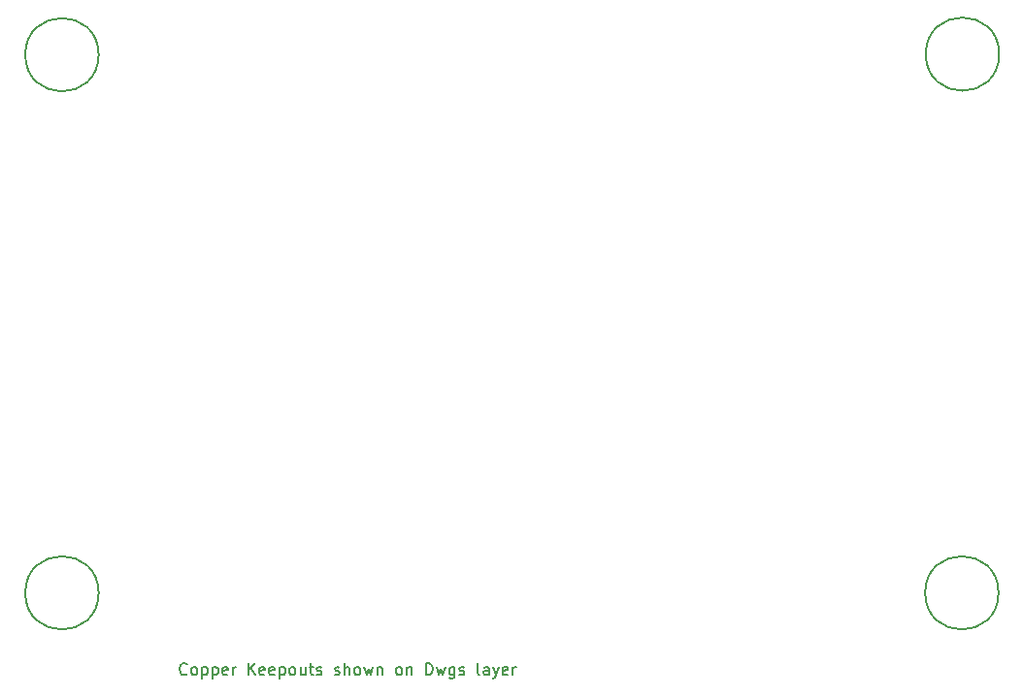
<source format=gbr>
%TF.GenerationSoftware,KiCad,Pcbnew,8.0.4*%
%TF.CreationDate,2024-09-14T20:21:27+07:00*%
%TF.ProjectId,FT600_RP2040,46543630-305f-4525-9032-3034302e6b69,rev?*%
%TF.SameCoordinates,PX7735940PY61c06a0*%
%TF.FileFunction,Other,Comment*%
%FSLAX46Y46*%
G04 Gerber Fmt 4.6, Leading zero omitted, Abs format (unit mm)*
G04 Created by KiCad (PCBNEW 8.0.4) date 2024-09-14 20:21:27*
%MOMM*%
%LPD*%
G01*
G04 APERTURE LIST*
%ADD10C,0.150000*%
G04 APERTURE END LIST*
D10*
X14399997Y-3559580D02*
X14352378Y-3607200D01*
X14352378Y-3607200D02*
X14209521Y-3654819D01*
X14209521Y-3654819D02*
X14114283Y-3654819D01*
X14114283Y-3654819D02*
X13971426Y-3607200D01*
X13971426Y-3607200D02*
X13876188Y-3511961D01*
X13876188Y-3511961D02*
X13828569Y-3416723D01*
X13828569Y-3416723D02*
X13780950Y-3226247D01*
X13780950Y-3226247D02*
X13780950Y-3083390D01*
X13780950Y-3083390D02*
X13828569Y-2892914D01*
X13828569Y-2892914D02*
X13876188Y-2797676D01*
X13876188Y-2797676D02*
X13971426Y-2702438D01*
X13971426Y-2702438D02*
X14114283Y-2654819D01*
X14114283Y-2654819D02*
X14209521Y-2654819D01*
X14209521Y-2654819D02*
X14352378Y-2702438D01*
X14352378Y-2702438D02*
X14399997Y-2750057D01*
X14971426Y-3654819D02*
X14876188Y-3607200D01*
X14876188Y-3607200D02*
X14828569Y-3559580D01*
X14828569Y-3559580D02*
X14780950Y-3464342D01*
X14780950Y-3464342D02*
X14780950Y-3178628D01*
X14780950Y-3178628D02*
X14828569Y-3083390D01*
X14828569Y-3083390D02*
X14876188Y-3035771D01*
X14876188Y-3035771D02*
X14971426Y-2988152D01*
X14971426Y-2988152D02*
X15114283Y-2988152D01*
X15114283Y-2988152D02*
X15209521Y-3035771D01*
X15209521Y-3035771D02*
X15257140Y-3083390D01*
X15257140Y-3083390D02*
X15304759Y-3178628D01*
X15304759Y-3178628D02*
X15304759Y-3464342D01*
X15304759Y-3464342D02*
X15257140Y-3559580D01*
X15257140Y-3559580D02*
X15209521Y-3607200D01*
X15209521Y-3607200D02*
X15114283Y-3654819D01*
X15114283Y-3654819D02*
X14971426Y-3654819D01*
X15733331Y-2988152D02*
X15733331Y-3988152D01*
X15733331Y-3035771D02*
X15828569Y-2988152D01*
X15828569Y-2988152D02*
X16019045Y-2988152D01*
X16019045Y-2988152D02*
X16114283Y-3035771D01*
X16114283Y-3035771D02*
X16161902Y-3083390D01*
X16161902Y-3083390D02*
X16209521Y-3178628D01*
X16209521Y-3178628D02*
X16209521Y-3464342D01*
X16209521Y-3464342D02*
X16161902Y-3559580D01*
X16161902Y-3559580D02*
X16114283Y-3607200D01*
X16114283Y-3607200D02*
X16019045Y-3654819D01*
X16019045Y-3654819D02*
X15828569Y-3654819D01*
X15828569Y-3654819D02*
X15733331Y-3607200D01*
X16638093Y-2988152D02*
X16638093Y-3988152D01*
X16638093Y-3035771D02*
X16733331Y-2988152D01*
X16733331Y-2988152D02*
X16923807Y-2988152D01*
X16923807Y-2988152D02*
X17019045Y-3035771D01*
X17019045Y-3035771D02*
X17066664Y-3083390D01*
X17066664Y-3083390D02*
X17114283Y-3178628D01*
X17114283Y-3178628D02*
X17114283Y-3464342D01*
X17114283Y-3464342D02*
X17066664Y-3559580D01*
X17066664Y-3559580D02*
X17019045Y-3607200D01*
X17019045Y-3607200D02*
X16923807Y-3654819D01*
X16923807Y-3654819D02*
X16733331Y-3654819D01*
X16733331Y-3654819D02*
X16638093Y-3607200D01*
X17923807Y-3607200D02*
X17828569Y-3654819D01*
X17828569Y-3654819D02*
X17638093Y-3654819D01*
X17638093Y-3654819D02*
X17542855Y-3607200D01*
X17542855Y-3607200D02*
X17495236Y-3511961D01*
X17495236Y-3511961D02*
X17495236Y-3131009D01*
X17495236Y-3131009D02*
X17542855Y-3035771D01*
X17542855Y-3035771D02*
X17638093Y-2988152D01*
X17638093Y-2988152D02*
X17828569Y-2988152D01*
X17828569Y-2988152D02*
X17923807Y-3035771D01*
X17923807Y-3035771D02*
X17971426Y-3131009D01*
X17971426Y-3131009D02*
X17971426Y-3226247D01*
X17971426Y-3226247D02*
X17495236Y-3321485D01*
X18399998Y-3654819D02*
X18399998Y-2988152D01*
X18399998Y-3178628D02*
X18447617Y-3083390D01*
X18447617Y-3083390D02*
X18495236Y-3035771D01*
X18495236Y-3035771D02*
X18590474Y-2988152D01*
X18590474Y-2988152D02*
X18685712Y-2988152D01*
X19780951Y-3654819D02*
X19780951Y-2654819D01*
X20352379Y-3654819D02*
X19923808Y-3083390D01*
X20352379Y-2654819D02*
X19780951Y-3226247D01*
X21161903Y-3607200D02*
X21066665Y-3654819D01*
X21066665Y-3654819D02*
X20876189Y-3654819D01*
X20876189Y-3654819D02*
X20780951Y-3607200D01*
X20780951Y-3607200D02*
X20733332Y-3511961D01*
X20733332Y-3511961D02*
X20733332Y-3131009D01*
X20733332Y-3131009D02*
X20780951Y-3035771D01*
X20780951Y-3035771D02*
X20876189Y-2988152D01*
X20876189Y-2988152D02*
X21066665Y-2988152D01*
X21066665Y-2988152D02*
X21161903Y-3035771D01*
X21161903Y-3035771D02*
X21209522Y-3131009D01*
X21209522Y-3131009D02*
X21209522Y-3226247D01*
X21209522Y-3226247D02*
X20733332Y-3321485D01*
X22019046Y-3607200D02*
X21923808Y-3654819D01*
X21923808Y-3654819D02*
X21733332Y-3654819D01*
X21733332Y-3654819D02*
X21638094Y-3607200D01*
X21638094Y-3607200D02*
X21590475Y-3511961D01*
X21590475Y-3511961D02*
X21590475Y-3131009D01*
X21590475Y-3131009D02*
X21638094Y-3035771D01*
X21638094Y-3035771D02*
X21733332Y-2988152D01*
X21733332Y-2988152D02*
X21923808Y-2988152D01*
X21923808Y-2988152D02*
X22019046Y-3035771D01*
X22019046Y-3035771D02*
X22066665Y-3131009D01*
X22066665Y-3131009D02*
X22066665Y-3226247D01*
X22066665Y-3226247D02*
X21590475Y-3321485D01*
X22495237Y-2988152D02*
X22495237Y-3988152D01*
X22495237Y-3035771D02*
X22590475Y-2988152D01*
X22590475Y-2988152D02*
X22780951Y-2988152D01*
X22780951Y-2988152D02*
X22876189Y-3035771D01*
X22876189Y-3035771D02*
X22923808Y-3083390D01*
X22923808Y-3083390D02*
X22971427Y-3178628D01*
X22971427Y-3178628D02*
X22971427Y-3464342D01*
X22971427Y-3464342D02*
X22923808Y-3559580D01*
X22923808Y-3559580D02*
X22876189Y-3607200D01*
X22876189Y-3607200D02*
X22780951Y-3654819D01*
X22780951Y-3654819D02*
X22590475Y-3654819D01*
X22590475Y-3654819D02*
X22495237Y-3607200D01*
X23542856Y-3654819D02*
X23447618Y-3607200D01*
X23447618Y-3607200D02*
X23399999Y-3559580D01*
X23399999Y-3559580D02*
X23352380Y-3464342D01*
X23352380Y-3464342D02*
X23352380Y-3178628D01*
X23352380Y-3178628D02*
X23399999Y-3083390D01*
X23399999Y-3083390D02*
X23447618Y-3035771D01*
X23447618Y-3035771D02*
X23542856Y-2988152D01*
X23542856Y-2988152D02*
X23685713Y-2988152D01*
X23685713Y-2988152D02*
X23780951Y-3035771D01*
X23780951Y-3035771D02*
X23828570Y-3083390D01*
X23828570Y-3083390D02*
X23876189Y-3178628D01*
X23876189Y-3178628D02*
X23876189Y-3464342D01*
X23876189Y-3464342D02*
X23828570Y-3559580D01*
X23828570Y-3559580D02*
X23780951Y-3607200D01*
X23780951Y-3607200D02*
X23685713Y-3654819D01*
X23685713Y-3654819D02*
X23542856Y-3654819D01*
X24733332Y-2988152D02*
X24733332Y-3654819D01*
X24304761Y-2988152D02*
X24304761Y-3511961D01*
X24304761Y-3511961D02*
X24352380Y-3607200D01*
X24352380Y-3607200D02*
X24447618Y-3654819D01*
X24447618Y-3654819D02*
X24590475Y-3654819D01*
X24590475Y-3654819D02*
X24685713Y-3607200D01*
X24685713Y-3607200D02*
X24733332Y-3559580D01*
X25066666Y-2988152D02*
X25447618Y-2988152D01*
X25209523Y-2654819D02*
X25209523Y-3511961D01*
X25209523Y-3511961D02*
X25257142Y-3607200D01*
X25257142Y-3607200D02*
X25352380Y-3654819D01*
X25352380Y-3654819D02*
X25447618Y-3654819D01*
X25733333Y-3607200D02*
X25828571Y-3654819D01*
X25828571Y-3654819D02*
X26019047Y-3654819D01*
X26019047Y-3654819D02*
X26114285Y-3607200D01*
X26114285Y-3607200D02*
X26161904Y-3511961D01*
X26161904Y-3511961D02*
X26161904Y-3464342D01*
X26161904Y-3464342D02*
X26114285Y-3369104D01*
X26114285Y-3369104D02*
X26019047Y-3321485D01*
X26019047Y-3321485D02*
X25876190Y-3321485D01*
X25876190Y-3321485D02*
X25780952Y-3273866D01*
X25780952Y-3273866D02*
X25733333Y-3178628D01*
X25733333Y-3178628D02*
X25733333Y-3131009D01*
X25733333Y-3131009D02*
X25780952Y-3035771D01*
X25780952Y-3035771D02*
X25876190Y-2988152D01*
X25876190Y-2988152D02*
X26019047Y-2988152D01*
X26019047Y-2988152D02*
X26114285Y-3035771D01*
X27304762Y-3607200D02*
X27400000Y-3654819D01*
X27400000Y-3654819D02*
X27590476Y-3654819D01*
X27590476Y-3654819D02*
X27685714Y-3607200D01*
X27685714Y-3607200D02*
X27733333Y-3511961D01*
X27733333Y-3511961D02*
X27733333Y-3464342D01*
X27733333Y-3464342D02*
X27685714Y-3369104D01*
X27685714Y-3369104D02*
X27590476Y-3321485D01*
X27590476Y-3321485D02*
X27447619Y-3321485D01*
X27447619Y-3321485D02*
X27352381Y-3273866D01*
X27352381Y-3273866D02*
X27304762Y-3178628D01*
X27304762Y-3178628D02*
X27304762Y-3131009D01*
X27304762Y-3131009D02*
X27352381Y-3035771D01*
X27352381Y-3035771D02*
X27447619Y-2988152D01*
X27447619Y-2988152D02*
X27590476Y-2988152D01*
X27590476Y-2988152D02*
X27685714Y-3035771D01*
X28161905Y-3654819D02*
X28161905Y-2654819D01*
X28590476Y-3654819D02*
X28590476Y-3131009D01*
X28590476Y-3131009D02*
X28542857Y-3035771D01*
X28542857Y-3035771D02*
X28447619Y-2988152D01*
X28447619Y-2988152D02*
X28304762Y-2988152D01*
X28304762Y-2988152D02*
X28209524Y-3035771D01*
X28209524Y-3035771D02*
X28161905Y-3083390D01*
X29209524Y-3654819D02*
X29114286Y-3607200D01*
X29114286Y-3607200D02*
X29066667Y-3559580D01*
X29066667Y-3559580D02*
X29019048Y-3464342D01*
X29019048Y-3464342D02*
X29019048Y-3178628D01*
X29019048Y-3178628D02*
X29066667Y-3083390D01*
X29066667Y-3083390D02*
X29114286Y-3035771D01*
X29114286Y-3035771D02*
X29209524Y-2988152D01*
X29209524Y-2988152D02*
X29352381Y-2988152D01*
X29352381Y-2988152D02*
X29447619Y-3035771D01*
X29447619Y-3035771D02*
X29495238Y-3083390D01*
X29495238Y-3083390D02*
X29542857Y-3178628D01*
X29542857Y-3178628D02*
X29542857Y-3464342D01*
X29542857Y-3464342D02*
X29495238Y-3559580D01*
X29495238Y-3559580D02*
X29447619Y-3607200D01*
X29447619Y-3607200D02*
X29352381Y-3654819D01*
X29352381Y-3654819D02*
X29209524Y-3654819D01*
X29876191Y-2988152D02*
X30066667Y-3654819D01*
X30066667Y-3654819D02*
X30257143Y-3178628D01*
X30257143Y-3178628D02*
X30447619Y-3654819D01*
X30447619Y-3654819D02*
X30638095Y-2988152D01*
X31019048Y-2988152D02*
X31019048Y-3654819D01*
X31019048Y-3083390D02*
X31066667Y-3035771D01*
X31066667Y-3035771D02*
X31161905Y-2988152D01*
X31161905Y-2988152D02*
X31304762Y-2988152D01*
X31304762Y-2988152D02*
X31400000Y-3035771D01*
X31400000Y-3035771D02*
X31447619Y-3131009D01*
X31447619Y-3131009D02*
X31447619Y-3654819D01*
X32828572Y-3654819D02*
X32733334Y-3607200D01*
X32733334Y-3607200D02*
X32685715Y-3559580D01*
X32685715Y-3559580D02*
X32638096Y-3464342D01*
X32638096Y-3464342D02*
X32638096Y-3178628D01*
X32638096Y-3178628D02*
X32685715Y-3083390D01*
X32685715Y-3083390D02*
X32733334Y-3035771D01*
X32733334Y-3035771D02*
X32828572Y-2988152D01*
X32828572Y-2988152D02*
X32971429Y-2988152D01*
X32971429Y-2988152D02*
X33066667Y-3035771D01*
X33066667Y-3035771D02*
X33114286Y-3083390D01*
X33114286Y-3083390D02*
X33161905Y-3178628D01*
X33161905Y-3178628D02*
X33161905Y-3464342D01*
X33161905Y-3464342D02*
X33114286Y-3559580D01*
X33114286Y-3559580D02*
X33066667Y-3607200D01*
X33066667Y-3607200D02*
X32971429Y-3654819D01*
X32971429Y-3654819D02*
X32828572Y-3654819D01*
X33590477Y-2988152D02*
X33590477Y-3654819D01*
X33590477Y-3083390D02*
X33638096Y-3035771D01*
X33638096Y-3035771D02*
X33733334Y-2988152D01*
X33733334Y-2988152D02*
X33876191Y-2988152D01*
X33876191Y-2988152D02*
X33971429Y-3035771D01*
X33971429Y-3035771D02*
X34019048Y-3131009D01*
X34019048Y-3131009D02*
X34019048Y-3654819D01*
X35257144Y-3654819D02*
X35257144Y-2654819D01*
X35257144Y-2654819D02*
X35495239Y-2654819D01*
X35495239Y-2654819D02*
X35638096Y-2702438D01*
X35638096Y-2702438D02*
X35733334Y-2797676D01*
X35733334Y-2797676D02*
X35780953Y-2892914D01*
X35780953Y-2892914D02*
X35828572Y-3083390D01*
X35828572Y-3083390D02*
X35828572Y-3226247D01*
X35828572Y-3226247D02*
X35780953Y-3416723D01*
X35780953Y-3416723D02*
X35733334Y-3511961D01*
X35733334Y-3511961D02*
X35638096Y-3607200D01*
X35638096Y-3607200D02*
X35495239Y-3654819D01*
X35495239Y-3654819D02*
X35257144Y-3654819D01*
X36161906Y-2988152D02*
X36352382Y-3654819D01*
X36352382Y-3654819D02*
X36542858Y-3178628D01*
X36542858Y-3178628D02*
X36733334Y-3654819D01*
X36733334Y-3654819D02*
X36923810Y-2988152D01*
X37733334Y-2988152D02*
X37733334Y-3797676D01*
X37733334Y-3797676D02*
X37685715Y-3892914D01*
X37685715Y-3892914D02*
X37638096Y-3940533D01*
X37638096Y-3940533D02*
X37542858Y-3988152D01*
X37542858Y-3988152D02*
X37400001Y-3988152D01*
X37400001Y-3988152D02*
X37304763Y-3940533D01*
X37733334Y-3607200D02*
X37638096Y-3654819D01*
X37638096Y-3654819D02*
X37447620Y-3654819D01*
X37447620Y-3654819D02*
X37352382Y-3607200D01*
X37352382Y-3607200D02*
X37304763Y-3559580D01*
X37304763Y-3559580D02*
X37257144Y-3464342D01*
X37257144Y-3464342D02*
X37257144Y-3178628D01*
X37257144Y-3178628D02*
X37304763Y-3083390D01*
X37304763Y-3083390D02*
X37352382Y-3035771D01*
X37352382Y-3035771D02*
X37447620Y-2988152D01*
X37447620Y-2988152D02*
X37638096Y-2988152D01*
X37638096Y-2988152D02*
X37733334Y-3035771D01*
X38161906Y-3607200D02*
X38257144Y-3654819D01*
X38257144Y-3654819D02*
X38447620Y-3654819D01*
X38447620Y-3654819D02*
X38542858Y-3607200D01*
X38542858Y-3607200D02*
X38590477Y-3511961D01*
X38590477Y-3511961D02*
X38590477Y-3464342D01*
X38590477Y-3464342D02*
X38542858Y-3369104D01*
X38542858Y-3369104D02*
X38447620Y-3321485D01*
X38447620Y-3321485D02*
X38304763Y-3321485D01*
X38304763Y-3321485D02*
X38209525Y-3273866D01*
X38209525Y-3273866D02*
X38161906Y-3178628D01*
X38161906Y-3178628D02*
X38161906Y-3131009D01*
X38161906Y-3131009D02*
X38209525Y-3035771D01*
X38209525Y-3035771D02*
X38304763Y-2988152D01*
X38304763Y-2988152D02*
X38447620Y-2988152D01*
X38447620Y-2988152D02*
X38542858Y-3035771D01*
X39923811Y-3654819D02*
X39828573Y-3607200D01*
X39828573Y-3607200D02*
X39780954Y-3511961D01*
X39780954Y-3511961D02*
X39780954Y-2654819D01*
X40733335Y-3654819D02*
X40733335Y-3131009D01*
X40733335Y-3131009D02*
X40685716Y-3035771D01*
X40685716Y-3035771D02*
X40590478Y-2988152D01*
X40590478Y-2988152D02*
X40400002Y-2988152D01*
X40400002Y-2988152D02*
X40304764Y-3035771D01*
X40733335Y-3607200D02*
X40638097Y-3654819D01*
X40638097Y-3654819D02*
X40400002Y-3654819D01*
X40400002Y-3654819D02*
X40304764Y-3607200D01*
X40304764Y-3607200D02*
X40257145Y-3511961D01*
X40257145Y-3511961D02*
X40257145Y-3416723D01*
X40257145Y-3416723D02*
X40304764Y-3321485D01*
X40304764Y-3321485D02*
X40400002Y-3273866D01*
X40400002Y-3273866D02*
X40638097Y-3273866D01*
X40638097Y-3273866D02*
X40733335Y-3226247D01*
X41114288Y-2988152D02*
X41352383Y-3654819D01*
X41590478Y-2988152D02*
X41352383Y-3654819D01*
X41352383Y-3654819D02*
X41257145Y-3892914D01*
X41257145Y-3892914D02*
X41209526Y-3940533D01*
X41209526Y-3940533D02*
X41114288Y-3988152D01*
X42352383Y-3607200D02*
X42257145Y-3654819D01*
X42257145Y-3654819D02*
X42066669Y-3654819D01*
X42066669Y-3654819D02*
X41971431Y-3607200D01*
X41971431Y-3607200D02*
X41923812Y-3511961D01*
X41923812Y-3511961D02*
X41923812Y-3131009D01*
X41923812Y-3131009D02*
X41971431Y-3035771D01*
X41971431Y-3035771D02*
X42066669Y-2988152D01*
X42066669Y-2988152D02*
X42257145Y-2988152D01*
X42257145Y-2988152D02*
X42352383Y-3035771D01*
X42352383Y-3035771D02*
X42400002Y-3131009D01*
X42400002Y-3131009D02*
X42400002Y-3226247D01*
X42400002Y-3226247D02*
X41923812Y-3321485D01*
X42828574Y-3654819D02*
X42828574Y-2988152D01*
X42828574Y-3178628D02*
X42876193Y-3083390D01*
X42876193Y-3083390D02*
X42923812Y-3035771D01*
X42923812Y-3035771D02*
X43019050Y-2988152D01*
X43019050Y-2988152D02*
X43114288Y-2988152D01*
%TO.C,REF\u002A\u002A*%
X6700000Y3500000D02*
G75*
G02*
X300000Y3500000I-3200000J0D01*
G01*
X300000Y3500000D02*
G75*
G02*
X6700000Y3500000I3200000J0D01*
G01*
X85252944Y50552944D02*
G75*
G02*
X78852944Y50552944I-3200000J0D01*
G01*
X78852944Y50552944D02*
G75*
G02*
X85252944Y50552944I3200000J0D01*
G01*
X6700000Y50500000D02*
G75*
G02*
X300000Y50500000I-3200000J0D01*
G01*
X300000Y50500000D02*
G75*
G02*
X6700000Y50500000I3200000J0D01*
G01*
X85200000Y3500000D02*
G75*
G02*
X78800000Y3500000I-3200000J0D01*
G01*
X78800000Y3500000D02*
G75*
G02*
X85200000Y3500000I3200000J0D01*
G01*
%TD*%
M02*

</source>
